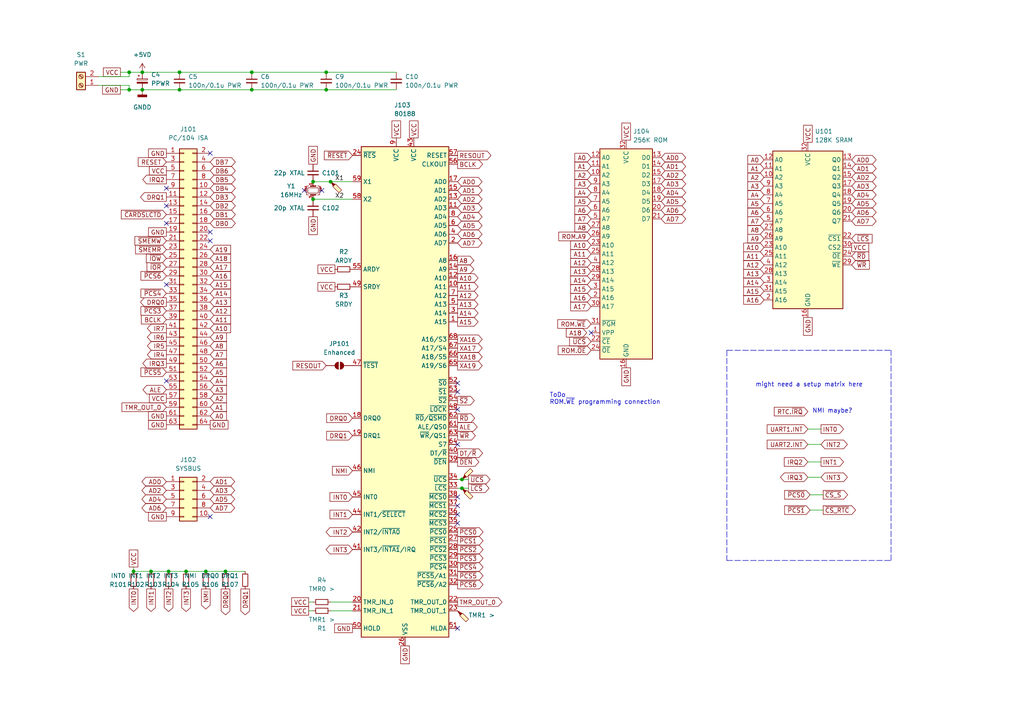
<source format=kicad_sch>
(kicad_sch (version 20211123) (generator eeschema)
  (paper "A4")
  (title_block (title "PC/104 80188 CPU Board") (date "2022-07-30") (rev "0.2") (company "Atsuko Ito"))
  (junction (at 38.735 165.735))
  (junction (at 37.465 26.035))
  (junction (at 73.025 26.035))
  (junction (at 90.805 57.785))
  (junction (at 73.025 20.955))
  (junction (at 90.805 52.705))
  (junction (at 59.69 165.735))
  (junction (at 43.815 165.735))
  (junction (at 94.615 26.035))
  (junction (at 133.985 139.065))
  (junction (at 52.07 26.035))
  (junction (at 95.885 52.705))
  (junction (at 41.275 26.035))
  (junction (at 133.985 141.605))
  (junction (at 52.07 20.955))
  (junction (at 94.615 20.955))
  (junction (at 37.465 20.955))
  (junction (at 65.405 165.735))
  (junction (at 48.895 165.735))
  (junction (at 53.975 165.735))
  (junction (at 41.275 20.955))
  (no_connect (at 60.96 69.85))
  (no_connect (at 132.715 118.745))
  (no_connect (at 132.715 128.905))
  (no_connect (at 48.26 64.77))
  (no_connect (at 48.26 59.69))
  (no_connect (at 48.26 54.61))
  (no_connect (at 48.26 82.55))
  (no_connect (at 60.96 149.86))
  (no_connect (at 171.45 96.52))
  (no_connect (at 48.26 110.49))
  (no_connect (at 60.96 67.31))
  (no_connect (at 60.96 44.45))
  (no_connect (at 132.715 144.145))
  (no_connect (at 132.715 146.685))
  (no_connect (at 132.715 149.225))
  (no_connect (at 132.715 151.765))
  (no_connect (at 132.715 113.665))
  (no_connect (at 88.265 55.245))
  (no_connect (at 93.345 55.245))
  (no_connect (at 132.715 182.245))
  (no_connect (at 132.715 111.125))
  (wire (pts (xy 234.315 133.985) (xy 238.125 133.985)))
  (wire (pts (xy 37.465 22.225) (xy 37.465 20.955)))
  (wire (pts (xy 94.615 20.955) (xy 114.935 20.955)))
  (wire (pts (xy 59.69 165.735) (xy 65.405 165.735)))
  (wire (pts (xy 43.815 165.735) (xy 48.895 165.735)))
  (wire (pts (xy 37.465 26.035) (xy 41.275 26.035)))
  (wire (pts (xy 90.805 57.785) (xy 102.235 57.785)))
  (wire (pts (xy 41.275 20.955) (xy 52.07 20.955)))
  (polyline (pts (xy 210.82 101.6) (xy 258.445 101.6)))
  (wire (pts (xy 234.95 143.51) (xy 238.76 143.51)))
  (wire (pts (xy 73.025 20.955) (xy 94.615 20.955)))
  (wire (pts (xy 53.975 165.735) (xy 59.69 165.735)))
  (wire (pts (xy 132.715 139.065) (xy 133.985 139.065)))
  (wire (pts (xy 234.95 147.955) (xy 238.76 147.955)))
  (wire (pts (xy 95.885 177.165) (xy 102.235 177.165)))
  (wire (pts (xy 37.465 20.955) (xy 41.275 20.955)))
  (wire (pts (xy 52.07 20.955) (xy 73.025 20.955)))
  (wire (pts (xy 28.575 22.225) (xy 37.465 22.225)))
  (wire (pts (xy 95.885 52.705) (xy 102.235 52.705)))
  (wire (pts (xy 89.535 174.625) (xy 90.805 174.625)))
  (wire (pts (xy 89.535 177.165) (xy 90.805 177.165)))
  (wire (pts (xy 52.07 26.035) (xy 73.025 26.035)))
  (wire (pts (xy 132.715 141.605) (xy 133.985 141.605)))
  (wire (pts (xy 95.885 174.625) (xy 102.235 174.625)))
  (wire (pts (xy 94.615 26.035) (xy 114.935 26.035)))
  (wire (pts (xy 234.315 138.43) (xy 238.125 138.43)))
  (polyline (pts (xy 210.82 162.56) (xy 258.445 162.56)))
  (polyline (pts (xy 210.82 101.6) (xy 210.82 162.56)))
  (wire (pts (xy 38.735 165.735) (xy 43.815 165.735)))
  (wire (pts (xy 38.735 164.465) (xy 38.735 165.735)))
  (wire (pts (xy 234.315 124.46) (xy 238.125 124.46)))
  (wire (pts (xy 135.89 141.605) (xy 133.985 141.605)))
  (wire (pts (xy 41.275 26.035) (xy 52.07 26.035)))
  (wire (pts (xy 90.805 52.705) (xy 95.885 52.705)))
  (wire (pts (xy 34.925 20.955) (xy 37.465 20.955)))
  (wire (pts (xy 34.925 26.035) (xy 37.465 26.035)))
  (wire (pts (xy 234.315 128.905) (xy 238.125 128.905)))
  (wire (pts (xy 133.985 139.065) (xy 135.89 139.065)))
  (wire (pts (xy 65.405 165.735) (xy 71.12 165.735)))
  (polyline (pts (xy 258.445 162.56) (xy 258.445 101.6)))
  (wire (pts (xy 48.895 165.735) (xy 53.975 165.735)))
  (wire (pts (xy 37.465 24.765) (xy 37.465 26.035)))
  (wire (pts (xy 28.575 24.765) (xy 37.465 24.765)))
  (wire (pts (xy 73.025 26.035) (xy 94.615 26.035)))
  (text "ToDo\nROM.~{WE} programming connection" (at 159.385 117.475 0) (effects (font (size 1.27 1.27)) (justify left bottom)))
  (text "might need a setup matrix here" (at 219.075 112.395 0) (effects (font (size 1.27 1.27)) (justify left bottom)))
  (text "NMI maybe?" (at 235.585 120.015 0) (effects (font (size 1.27 1.27)) (justify left bottom)))
  (label "X1" (at 97.155 52.705 0))
  (label "X2" (at 97.155 57.785 0))
  (global_label "~{PCS5}" (shape output) (at 132.715 167.005 0) (property "Intersheet References" "${INTERSHEET_REFS}" (effects hide)))
  (global_label "~{UCS}" (shape output) (at 135.89 139.065 0) (property "Intersheet References" "${INTERSHEET_REFS}" (effects hide)))
  (global_label "AD7" (shape bidirectional) (at 60.96 147.32 0) (property "Intersheet References" "${INTERSHEET_REFS}" (effects hide)))
  (global_label "~{UCS}" (shape input) (at 171.45 99.06 180) (property "Intersheet References" "${INTERSHEET_REFS}" (effects hide)))
  (global_label "IRQ3" (shape output) (at 48.26 105.41 180) (property "Intersheet References" "${INTERSHEET_REFS}" (effects hide)))
  (global_label "AD4" (shape bidirectional) (at 191.77 55.88 0) (property "Intersheet References" "${INTERSHEET_REFS}" (effects hide)))
  (global_label "A18" (shape input) (at 170.18 96.52 180) (property "Intersheet References" "${INTERSHEET_REFS}" (effects hide)))
  (global_label "A14" (shape input) (at 60.96 85.09 0) (property "Intersheet References" "${INTERSHEET_REFS}" (effects hide)))
  (global_label "~{DEN}" (shape output) (at 132.715 133.985 0) (property "Intersheet References" "${INTERSHEET_REFS}" (effects hide)))
  (global_label "DB7" (shape bidirectional) (at 60.96 46.99 0) (property "Intersheet References" "${INTERSHEET_REFS}" (effects hide)))
  (global_label "IR4" (shape output) (at 48.26 102.87 180) (property "Intersheet References" "${INTERSHEET_REFS}" (effects hide)))
  (global_label "~{CS_RTC}" (shape output) (at 238.76 147.955 0) (property "Intersheet References" "${INTERSHEET_REFS}" (effects hide)))
  (global_label "A2" (shape input) (at 221.615 51.435 180) (property "Intersheet References" "${INTERSHEET_REFS}" (effects hide)))
  (global_label "~{PCS5}" (shape input) (at 48.26 107.95 180) (property "Intersheet References" "${INTERSHEET_REFS}" (effects hide)))
  (global_label "DRQ0" (shape output) (at 48.26 87.63 180) (property "Intersheet References" "${INTERSHEET_REFS}" (effects hide)))
  (global_label "AD0" (shape bidirectional) (at 132.715 52.705 0) (property "Intersheet References" "${INTERSHEET_REFS}" (effects hide)))
  (global_label "VCC" (shape passive) (at 97.155 78.105 180) (property "Intersheet References" "${INTERSHEET_REFS}" (effects hide)))
  (global_label "AD6" (shape bidirectional) (at 247.015 61.595 0) (property "Intersheet References" "${INTERSHEET_REFS}" (effects hide)))
  (global_label "AD3" (shape bidirectional) (at 60.96 142.24 0) (property "Intersheet References" "${INTERSHEET_REFS}" (effects hide)))
  (global_label "INT2" (shape bidirectional) (at 238.125 128.905 0) (property "Intersheet References" "${INTERSHEET_REFS}" (effects hide)))
  (global_label "VCC" (shape passive) (at 247.015 71.755 0) (property "Intersheet References" "${INTERSHEET_REFS}" (effects hide)))
  (global_label "~{SMEMR}" (shape input) (at 48.26 72.39 180) (property "Intersheet References" "${INTERSHEET_REFS}" (effects hide)))
  (global_label "XA16" (shape output) (at 132.715 98.425 0) (property "Intersheet References" "${INTERSHEET_REFS}" (effects hide)))
  (global_label "ROM.~{WE}" (shape input) (at 171.45 93.98 180) (property "Intersheet References" "${INTERSHEET_REFS}" (effects hide)))
  (global_label "A11" (shape input) (at 60.96 92.71 0) (property "Intersheet References" "${INTERSHEET_REFS}" (effects hide)))
  (global_label "AD3" (shape bidirectional) (at 247.015 53.975 0) (property "Intersheet References" "${INTERSHEET_REFS}" (effects hide)))
  (global_label "ALE" (shape output) (at 132.715 123.825 0) (property "Intersheet References" "${INTERSHEET_REFS}" (effects hide)))
  (global_label "XA18" (shape output) (at 132.715 103.505 0) (property "Intersheet References" "${INTERSHEET_REFS}" (effects hide)))
  (global_label "A12" (shape output) (at 132.715 85.725 0) (property "Intersheet References" "${INTERSHEET_REFS}" (effects hide)))
  (global_label "~{RD}" (shape input) (at 247.015 74.295 0) (property "Intersheet References" "${INTERSHEET_REFS}" (effects hide)))
  (global_label "A0" (shape input) (at 221.615 46.355 180) (property "Intersheet References" "${INTERSHEET_REFS}" (effects hide)))
  (global_label "A19" (shape input) (at 60.96 72.39 0) (property "Intersheet References" "${INTERSHEET_REFS}" (effects hide)))
  (global_label "A1" (shape input) (at 60.96 118.11 0) (property "Intersheet References" "${INTERSHEET_REFS}" (effects hide)))
  (global_label "AD5" (shape bidirectional) (at 247.015 59.055 0) (property "Intersheet References" "${INTERSHEET_REFS}" (effects hide)))
  (global_label "A10" (shape input) (at 221.615 71.755 180) (property "Intersheet References" "${INTERSHEET_REFS}" (effects hide)))
  (global_label "A15" (shape output) (at 132.715 93.345 0) (property "Intersheet References" "${INTERSHEET_REFS}" (effects hide)))
  (global_label "AD4" (shape bidirectional) (at 132.715 62.865 0) (property "Intersheet References" "${INTERSHEET_REFS}" (effects hide)))
  (global_label "~{LCS}" (shape output) (at 135.89 141.605 0) (property "Intersheet References" "${INTERSHEET_REFS}" (effects hide)))
  (global_label "A16" (shape input) (at 221.615 86.995 180) (property "Intersheet References" "${INTERSHEET_REFS}" (effects hide)))
  (global_label "A7" (shape input) (at 221.615 64.135 180) (property "Intersheet References" "${INTERSHEET_REFS}" (effects hide)))
  (global_label "A16" (shape input) (at 60.96 80.01 0) (property "Intersheet References" "${INTERSHEET_REFS}" (effects hide)))
  (global_label "AD1" (shape bidirectional) (at 247.015 48.895 0) (property "Intersheet References" "${INTERSHEET_REFS}" (effects hide)))
  (global_label "VCC" (shape passive) (at 38.735 164.465 90) (property "Intersheet References" "${INTERSHEET_REFS}" (effects hide)))
  (global_label "AD6" (shape bidirectional) (at 191.77 60.96 0) (property "Intersheet References" "${INTERSHEET_REFS}" (effects hide)))
  (global_label "RTC.~{IRQ}" (shape input) (at 234.315 119.38 180) (property "Intersheet References" "${INTERSHEET_REFS}" (effects hide)))
  (global_label "A6" (shape input) (at 60.96 105.41 0) (property "Intersheet References" "${INTERSHEET_REFS}" (effects hide)))
  (global_label "A11" (shape output) (at 132.715 83.185 0) (property "Intersheet References" "${INTERSHEET_REFS}" (effects hide)))
  (global_label "DB2" (shape bidirectional) (at 60.96 59.69 0) (property "Intersheet References" "${INTERSHEET_REFS}" (effects hide)))
  (global_label "~{PCS6}" (shape output) (at 132.715 169.545 0) (property "Intersheet References" "${INTERSHEET_REFS}" (effects hide)))
  (global_label "A8" (shape output) (at 132.715 75.565 0) (property "Intersheet References" "${INTERSHEET_REFS}" (effects hide)))
  (global_label "IR5" (shape output) (at 48.26 100.33 180) (property "Intersheet References" "${INTERSHEET_REFS}" (effects hide)))
  (global_label "INT0" (shape output) (at 238.125 124.46 0) (property "Intersheet References" "${INTERSHEET_REFS}" (effects hide)))
  (global_label "A6" (shape input) (at 221.615 61.595 180) (property "Intersheet References" "${INTERSHEET_REFS}" (effects hide)))
  (global_label "~{PCS1}" (shape output) (at 132.715 156.845 0) (property "Intersheet References" "${INTERSHEET_REFS}" (effects hide)))
  (global_label "AD5" (shape bidirectional) (at 60.96 144.78 0) (property "Intersheet References" "${INTERSHEET_REFS}" (effects hide)))
  (global_label "A14" (shape input) (at 221.615 81.915 180) (property "Intersheet References" "${INTERSHEET_REFS}" (effects hide)))
  (global_label "~{PCS3}" (shape output) (at 132.715 161.925 0) (property "Intersheet References" "${INTERSHEET_REFS}" (effects hide)))
  (global_label "ROM.~{OE}" (shape input) (at 171.45 101.6 180) (property "Intersheet References" "${INTERSHEET_REFS}" (effects hide)))
  (global_label "RESET" (shape input) (at 48.26 46.99 180) (property "Intersheet References" "${INTERSHEET_REFS}" (effects hide)))
  (global_label "GND" (shape passive) (at 90.805 47.625 90) (property "Intersheet References" "${INTERSHEET_REFS}" (effects hide)))
  (global_label "A1" (shape input) (at 221.615 48.895 180) (property "Intersheet References" "${INTERSHEET_REFS}" (effects hide)))
  (global_label "AD6" (shape bidirectional) (at 132.715 67.945 0) (property "Intersheet References" "${INTERSHEET_REFS}" (effects hide)))
  (global_label "INT3" (shape bidirectional) (at 102.235 159.385 180) (property "Intersheet References" "${INTERSHEET_REFS}" (effects hide)))
  (global_label "~{PCS0}" (shape output) (at 132.715 154.305 0) (property "Intersheet References" "${INTERSHEET_REFS}" (effects hide)))
  (global_label "TMR_OUT_0" (shape input) (at 48.26 118.11 180) (property "Intersheet References" "${INTERSHEET_REFS}" (effects hide)))
  (global_label "DRQ0" (shape input) (at 102.235 121.285 180) (property "Intersheet References" "${INTERSHEET_REFS}" (effects hide)))
  (global_label "AD0" (shape bidirectional) (at 48.26 139.7 180) (property "Intersheet References" "${INTERSHEET_REFS}" (effects hide)))
  (global_label "A9" (shape input) (at 60.96 97.79 0) (property "Intersheet References" "${INTERSHEET_REFS}" (effects hide)))
  (global_label "GND" (shape passive) (at 48.26 123.19 180) (property "Intersheet References" "${INTERSHEET_REFS}" (effects hide)))
  (global_label "INT0" (shape output) (at 38.735 170.815 270) (property "Intersheet References" "${INTERSHEET_REFS}" (effects hide)))
  (global_label "DB1" (shape bidirectional) (at 60.96 62.23 0) (property "Intersheet References" "${INTERSHEET_REFS}" (effects hide)))
  (global_label "GND" (shape passive) (at 34.925 26.035 180) (property "Intersheet References" "${INTERSHEET_REFS}" (effects hide)))
  (global_label "INT0" (shape input) (at 102.235 144.145 180) (property "Intersheet References" "${INTERSHEET_REFS}" (effects hide)))
  (global_label "AD1" (shape bidirectional) (at 191.77 48.26 0) (property "Intersheet References" "${INTERSHEET_REFS}" (effects hide)))
  (global_label "A14" (shape output) (at 132.715 90.805 0) (property "Intersheet References" "${INTERSHEET_REFS}" (effects hide)))
  (global_label "~{PCS6}" (shape input) (at 48.26 80.01 180) (property "Intersheet References" "${INTERSHEET_REFS}" (effects hide)))
  (global_label "A4" (shape input) (at 221.615 56.515 180) (property "Intersheet References" "${INTERSHEET_REFS}" (effects hide)))
  (global_label "A15" (shape input) (at 60.96 82.55 0) (property "Intersheet References" "${INTERSHEET_REFS}" (effects hide)))
  (global_label "AD5" (shape bidirectional) (at 191.77 58.42 0) (property "Intersheet References" "${INTERSHEET_REFS}" (effects hide)))
  (global_label "A5" (shape input) (at 221.615 59.055 180) (property "Intersheet References" "${INTERSHEET_REFS}" (effects hide)))
  (global_label "A3" (shape input) (at 221.615 53.975 180) (property "Intersheet References" "${INTERSHEET_REFS}" (effects hide)))
  (global_label "DT{slash}~{R}" (shape output) (at 132.715 131.445 0) (property "Intersheet References" "${INTERSHEET_REFS}" (effects hide)))
  (global_label "~{IOR}" (shape input) (at 48.26 77.47 180) (property "Intersheet References" "${INTERSHEET_REFS}" (effects hide)))
  (global_label "DRQ1" (shape output) (at 71.12 170.815 270) (property "Intersheet References" "${INTERSHEET_REFS}" (effects hide)))
  (global_label "~{PCS2}" (shape output) (at 132.715 159.385 0) (property "Intersheet References" "${INTERSHEET_REFS}" (effects hide)))
  (global_label "A8" (shape input) (at 171.45 66.04 180) (property "Intersheet References" "${INTERSHEET_REFS}" (effects hide)))
  (global_label "NMI" (shape output) (at 59.69 170.815 270) (property "Intersheet References" "${INTERSHEET_REFS}" (effects hide)))
  (global_label "INT1" (shape output) (at 43.815 170.815 270) (property "Intersheet References" "${INTERSHEET_REFS}" (effects hide)))
  (global_label "A10" (shape input) (at 60.96 95.25 0) (property "Intersheet References" "${INTERSHEET_REFS}" (effects hide)))
  (global_label "~{S2}" (shape output) (at 132.715 116.205 0) (property "Intersheet References" "${INTERSHEET_REFS}" (effects hide)))
  (global_label "INT1" (shape output) (at 238.125 133.985 0) (property "Intersheet References" "${INTERSHEET_REFS}" (effects hide)))
  (global_label "GND" (shape passive) (at 48.26 67.31 180) (property "Intersheet References" "${INTERSHEET_REFS}" (effects hide)))
  (global_label "A3" (shape input) (at 60.96 113.03 0) (property "Intersheet References" "${INTERSHEET_REFS}" (effects hide)))
  (global_label "VCC" (shape passive) (at 120.015 40.005 90) (property "Intersheet References" "${INTERSHEET_REFS}" (effects hide)))
  (global_label "A13" (shape input) (at 60.96 87.63 0) (property "Intersheet References" "${INTERSHEET_REFS}" (effects hide)))
  (global_label "AD2" (shape bidirectional) (at 48.26 142.24 180) (property "Intersheet References" "${INTERSHEET_REFS}" (effects hide)))
  (global_label "AD7" (shape bidirectional) (at 132.715 70.485 0) (property "Intersheet References" "${INTERSHEET_REFS}" (effects hide)))
  (global_label "AD2" (shape bidirectional) (at 132.715 57.785 0) (property "Intersheet References" "${INTERSHEET_REFS}" (effects hide)))
  (global_label "~{IOW}" (shape input) (at 48.26 74.93 180) (property "Intersheet References" "${INTERSHEET_REFS}" (effects hide)))
  (global_label "A7" (shape input) (at 171.45 63.5 180) (property "Intersheet References" "${INTERSHEET_REFS}" (effects hide)))
  (global_label "DB0" (shape bidirectional) (at 60.96 64.77 0) (property "Intersheet References" "${INTERSHEET_REFS}" (effects hide)))
  (global_label "A13" (shape output) (at 132.715 88.265 0) (property "Intersheet References" "${INTERSHEET_REFS}" (effects hide)))
  (global_label "~{PCS4}" (shape output) (at 132.715 164.465 0) (property "Intersheet References" "${INTERSHEET_REFS}" (effects hide)))
  (global_label "A17" (shape input) (at 171.45 88.9 180) (property "Intersheet References" "${INTERSHEET_REFS}" (effects hide)))
  (global_label "~{PCS4}" (shape input) (at 48.26 85.09 180) (property "Intersheet References" "${INTERSHEET_REFS}" (effects hide)))
  (global_label "GND" (shape passive) (at 48.26 120.65 180) (property "Intersheet References" "${INTERSHEET_REFS}" (effects hide)))
  (global_label "DRQ1" (shape input) (at 102.235 126.365 180) (property "Intersheet References" "${INTERSHEET_REFS}" (effects hide)))
  (global_label "VCC" (shape passive) (at 97.155 83.185 180) (property "Intersheet References" "${INTERSHEET_REFS}" (effects hide)))
  (global_label "~{PCS0}" (shape input) (at 234.95 143.51 180) (property "Intersheet References" "${INTERSHEET_REFS}" (effects hide)))
  (global_label "DB5" (shape bidirectional) (at 60.96 52.07 0) (property "Intersheet References" "${INTERSHEET_REFS}" (effects hide)))
  (global_label "~{RESET}" (shape input) (at 102.235 45.085 180) (property "Intersheet References" "${INTERSHEET_REFS}" (effects hide)))
  (global_label "A9" (shape input) (at 221.615 69.215 180) (property "Intersheet References" "${INTERSHEET_REFS}" (effects hide)))
  (global_label "A1" (shape input) (at 171.45 48.26 180) (property "Intersheet References" "${INTERSHEET_REFS}" (effects hide)))
  (global_label "A5" (shape input) (at 171.45 58.42 180) (property "Intersheet References" "${INTERSHEET_REFS}" (effects hide)))
  (global_label "A12" (shape input) (at 60.96 90.17 0) (property "Intersheet References" "${INTERSHEET_REFS}" (effects hide)))
  (global_label "ALE" (shape bidirectional) (at 48.26 113.03 180) (property "Intersheet References" "${INTERSHEET_REFS}" (effects hide)))
  (global_label "UART1.INT" (shape input) (at 234.315 124.46 180) (property "Intersheet References" "${INTERSHEET_REFS}" (effects hide)))
  (global_label "AD7" (shape bidirectional) (at 191.77 63.5 0) (property "Intersheet References" "${INTERSHEET_REFS}" (effects hide)))
  (global_label "VCC" (shape passive) (at 89.535 177.165 180) (property "Intersheet References" "${INTERSHEET_REFS}" (effects hide)))
  (global_label "A15" (shape input) (at 171.45 83.82 180) (property "Intersheet References" "${INTERSHEET_REFS}" (effects hide)))
  (global_label "UART2.INT" (shape input) (at 234.315 128.905 180) (property "Intersheet References" "${INTERSHEET_REFS}" (effects hide)))
  (global_label "ROM.A9" (shape input) (at 171.45 68.58 180) (property "Intersheet References" "${INTERSHEET_REFS}" (effects hide)))
  (global_label "AD1" (shape bidirectional) (at 132.715 55.245 0) (property "Intersheet References" "${INTERSHEET_REFS}" (effects hide)))
  (global_label "INT3" (shape output) (at 53.975 170.815 270) (property "Intersheet References" "${INTERSHEET_REFS}" (effects hide)))
  (global_label "GND" (shape passive) (at 102.235 182.245 180) (property "Intersheet References" "${INTERSHEET_REFS}" (effects hide)))
  (global_label "VCC" (shape passive) (at 48.26 49.53 180) (property "Intersheet References" "${INTERSHEET_REFS}" (effects hide)))
  (global_label "A0" (shape input) (at 60.96 120.65 0) (property "Intersheet References" "${INTERSHEET_REFS}" (effects hide)))
  (global_label "~{PCS1}" (shape input) (at 234.95 147.955 180) (property "Intersheet References" "${INTERSHEET_REFS}" (effects hide)))
  (global_label "A12" (shape input) (at 221.615 76.835 180) (property "Intersheet References" "${INTERSHEET_REFS}" (effects hide)))
  (global_label "A18" (shape input) (at 60.96 74.93 0) (property "Intersheet References" "${INTERSHEET_REFS}" (effects hide)))
  (global_label "NMI" (shape input) (at 102.235 136.525 180) (property "Intersheet References" "${INTERSHEET_REFS}" (effects hide)))
  (global_label "~{SMEMW}" (shape input) (at 48.26 69.85 180) (property "Intersheet References" "${INTERSHEET_REFS}" (effects hide)))
  (global_label "~{LCS}" (shape input) (at 247.015 69.215 0) (property "Intersheet References" "${INTERSHEET_REFS}" (effects hide)))
  (global_label "~{CARDSLCTD}" (shape input) (at 48.26 62.23 180) (property "Intersheet References" "${INTERSHEET_REFS}" (effects hide)))
  (global_label "IR6" (shape output) (at 48.26 97.79 180) (property "Intersheet References" "${INTERSHEET_REFS}" (effects hide)))
  (global_label "DB6" (shape bidirectional) (at 60.96 49.53 0) (property "Intersheet References" "${INTERSHEET_REFS}" (effects hide)))
  (global_label "A5" (shape input) (at 60.96 107.95 0) (property "Intersheet References" "${INTERSHEET_REFS}" (effects hide)))
  (global_label "A7" (shape input) (at 60.96 102.87 0) (property "Intersheet References" "${INTERSHEET_REFS}" (effects hide)))
  (global_label "GND" (shape passive) (at 48.26 44.45 180) (property "Intersheet References" "${INTERSHEET_REFS}" (effects hide)))
  (global_label "VCC" (shape passive) (at 114.935 40.005 90) (property "Intersheet References" "${INTERSHEET_REFS}" (effects hide)))
  (global_label "IRQ2" (shape output) (at 48.26 52.07 180) (property "Intersheet References" "${INTERSHEET_REFS}" (effects hide)))
  (global_label "INT2" (shape output) (at 48.895 170.815 270) (property "Intersheet References" "${INTERSHEET_REFS}" (effects hide)))
  (global_label "DB3" (shape bidirectional) (at 60.96 57.15 0) (property "Intersheet References" "${INTERSHEET_REFS}" (effects hide)))
  (global_label "RESOUT" (shape output) (at 132.715 45.085 0) (property "Intersheet References" "${INTERSHEET_REFS}" (effects hide)))
  (global_label "DRQ0" (shape output) (at 65.405 170.815 270) (property "Intersheet References" "${INTERSHEET_REFS}" (effects hide)))
  (global_label "A12" (shape input) (at 171.45 76.2 180) (property "Intersheet References" "${INTERSHEET_REFS}" (effects hide)))
  (global_label "A11" (shape input) (at 171.45 73.66 180) (property "Intersheet References" "${INTERSHEET_REFS}" (effects hide)))
  (global_label "A17" (shape input) (at 60.96 77.47 0) (property "Intersheet References" "${INTERSHEET_REFS}" (effects hide)))
  (global_label "GND" (shape passive) (at 90.805 62.865 270) (property "Intersheet References" "${INTERSHEET_REFS}" (effects hide)))
  (global_label "A4" (shape input) (at 60.96 110.49 0) (property "Intersheet References" "${INTERSHEET_REFS}" (effects hide)))
  (global_label "VCC" (shape passive) (at 234.315 41.275 90) (property "Intersheet References" "${INTERSHEET_REFS}" (effects hide)))
  (global_label "A8" (shape input) (at 60.96 100.33 0) (property "Intersheet References" "${INTERSHEET_REFS}" (effects hide)))
  (global_label "A14" (shape input) (at 171.45 81.28 180) (property "Intersheet References" "${INTERSHEET_REFS}" (effects hide)))
  (global_label "~{RD}" (shape output) (at 132.715 121.285 0) (property "Intersheet References" "${INTERSHEET_REFS}" (effects hide)))
  (global_label "AD3" (shape bidirectional) (at 132.715 60.325 0) (property "Intersheet References" "${INTERSHEET_REFS}" (effects hide)))
  (global_label "VCC" (shape passive) (at 48.26 115.57 180) (property "Intersheet References" "${INTERSHEET_REFS}" (effects hide)))
  (global_label "A2" (shape input) (at 171.45 50.8 180) (property "Intersheet References" "${INTERSHEET_REFS}" (effects hide)))
  (global_label "AD0" (shape bidirectional) (at 247.015 46.355 0) (property "Intersheet References" "${INTERSHEET_REFS}" (effects hide)))
  (global_label "A2" (shape input) (at 60.96 115.57 0) (property "Intersheet References" "${INTERSHEET_REFS}" (effects hide)))
  (global_label "GND" (shape passive) (at 234.315 92.075 270) (property "Intersheet References" "${INTERSHEET_REFS}" (effects hide)))
  (global_label "AD7" (shape bidirectional) (at 247.015 64.135 0) (property "Intersheet References" "${INTERSHEET_REFS}" (effects hide)))
  (global_label "AD4" (shape bidirectional) (at 48.26 144.78 180) (property "Intersheet References" "${INTERSHEET_REFS}" (effects hide)))
  (global_label "A4" (shape input) (at 171.45 55.88 180) (property "Intersheet References" "${INTERSHEET_REFS}" (effects hide)))
  (global_label "BCLK" (shape input) (at 48.26 92.71 180) (property "Intersheet References" "${INTERSHEET_REFS}" (effects hide)))
  (global_label "DRQ1" (shape output) (at 48.26 57.15 180) (property "Intersheet References" "${INTERSHEET_REFS}" (effects hide)))
  (global_label "A16" (shape input) (at 171.45 86.36 180) (property "Intersheet References" "${INTERSHEET_REFS}" (effects hide)))
  (global_label "IR7" (shape output) (at 48.26 95.25 180) (property "Intersheet References" "${INTERSHEET_REFS}" (effects hide)))
  (global_label "A6" (shape input) (at 171.45 60.96 180) (property "Intersheet References" "${INTERSHEET_REFS}" (effects hide)))
  (global_label "A15" (shape input) (at 221.615 84.455 180) (property "Intersheet References" "${INTERSHEET_REFS}" (effects hide)))
  (global_label "INT2" (shape bidirectional) (at 102.235 154.305 180) (property "Intersheet References" "${INTERSHEET_REFS}" (effects hide)))
  (global_label "GND" (shape passive) (at 181.61 106.68 270) (property "Intersheet References" "${INTERSHEET_REFS}" (effects hide)))
  (global_label "INT3" (shape bidirectional) (at 238.125 138.43 0) (property "Intersheet References" "${INTERSHEET_REFS}" (effects hide)))
  (global_label "AD4" (shape bidirectional) (at 247.015 56.515 0) (property "Intersheet References" "${INTERSHEET_REFS}" (effects hide)))
  (global_label "A8" (shape input) (at 221.615 66.675 180) (property "Intersheet References" "${INTERSHEET_REFS}" (effects hide)))
  (global_label "XA17" (shape output) (at 132.715 100.965 0) (property "Intersheet References" "${INTERSHEET_REFS}" (effects hide)))
  (global_label "A10" (shape output) (at 132.715 80.645 0) (property "Intersheet References" "${INTERSHEET_REFS}" (effects hide)))
  (global_label "AD5" (shape bidirectional) (at 132.715 65.405 0) (property "Intersheet References" "${INTERSHEET_REFS}" (effects hide)))
  (global_label "AD3" (shape bidirectional) (at 191.77 53.34 0) (property "Intersheet References" "${INTERSHEET_REFS}" (effects hide)))
  (global_label "A11" (shape input) (at 221.615 74.295 180) (property "Intersheet References" "${INTERSHEET_REFS}" (effects hide)))
  (global_label "~{WR}" (shape output) (at 132.715 126.365 0) (property "Intersheet References" "${INTERSHEET_REFS}" (effects hide)))
  (global_label "A10" (shape input) (at 171.45 71.12 180) (property "Intersheet References" "${INTERSHEET_REFS}" (effects hide)))
  (global_label "GND" (shape passive) (at 60.96 123.19 0) (property "Intersheet References" "${INTERSHEET_REFS}" (effects hide)))
  (global_label "~{PCS3}" (shape input) (at 48.26 90.17 180) (property "Intersheet References" "${INTERSHEET_REFS}" (effects hide)))
  (global_label "A0" (shape input) (at 171.45 45.72 180) (property "Intersheet References" "${INTERSHEET_REFS}" (effects hide)))
  (global_label "GND" (shape passive) (at 48.26 149.86 180) (property "Intersheet References" "${INTERSHEET_REFS}" (effects hide)))
  (global_label "AD1" (shape bidirectional) (at 60.96 139.7 0) (property "Intersheet References" "${INTERSHEET_REFS}" (effects hide)))
  (global_label "IRQ3" (shape bidirectional) (at 234.315 138.43 180) (property "Intersheet References" "${INTERSHEET_REFS}" (effects hide)))
  (global_label "BCLK" (shape output) (at 132.715 47.625 0) (property "Intersheet References" "${INTERSHEET_REFS}" (effects hide)))
  (global_label "VCC" (shape passive) (at 89.535 174.625 180) (property "Intersheet References" "${INTERSHEET_REFS}" (effects hide)))
  (global_label "IRQ2" (shape input) (at 234.315 133.985 180) (property "Intersheet References" "${INTERSHEET_REFS}" (effects hide)))
  (global_label "VCC" (shape passive) (at 34.925 20.955 180) (property "Intersheet References" "${INTERSHEET_REFS}" (effects hide)))
  (global_label "VCC" (shape passive) (at 181.61 40.64 90) (property "Intersheet References" "${INTERSHEET_REFS}" (effects hide)))
  (global_label "XA19" (shape output) (at 132.715 106.045 0) (property "Intersheet References" "${INTERSHEET_REFS}" (effects hide)))
  (global_label "TMR_OUT_0" (shape output) (at 132.715 174.625 0) (property "Intersheet References" "${INTERSHEET_REFS}" (effects hide)))
  (global_label "AD0" (shape bidirectional) (at 191.77 45.72 0) (property "Intersheet References" "${INTERSHEET_REFS}" (effects hide)))
  (global_label "~{CS_S}" (shape output) (at 238.76 143.51 0) (property "Intersheet References" "${INTERSHEET_REFS}" (effects hide)))
  (global_label "A9" (shape output) (at 132.715 78.105 0) (property "Intersheet References" "${INTERSHEET_REFS}" (effects hide)))
  (global_label "RESOUT" (shape input) (at 94.615 106.045 180) (property "Intersheet References" "${INTERSHEET_REFS}" (effects hide)))
  (global_label "INT1" (shape input) (at 102.235 149.225 180) (property "Intersheet References" "${INTERSHEET_REFS}" (effects hide)))
  (global_label "DB4" (shape bidirectional) (at 60.96 54.61 0) (property "Intersheet References" "${INTERSHEET_REFS}" (effects hide)))
  (global_label "A13" (shape input) (at 171.45 78.74 180) (property "Intersheet References" "${INTERSHEET_REFS}" (effects hide)))
  (global_label "AD2" (shape bidirectional) (at 191.77 50.8 0) (property "Intersheet References" "${INTERSHEET_REFS}" (effects hide)))
  (global_label "AD6" (shape bidirectional) (at 48.26 147.32 180) (property "Intersheet References" "${INTERSHEET_REFS}" (effects hide)))
  (global_label "~{WR}" (shape input) (at 247.015 76.835 0) (property "Intersheet References" "${INTERSHEET_REFS}" (effects hide)))
  (global_label "AD2" (shape bidirectional) (at 247.015 51.435 0) (property "Intersheet References" "${INTERSHEET_REFS}" (effects hide)))
  (global_label "A3" (shape input) (at 171.45 53.34 180) (property "Intersheet References" "${INTERSHEET_REFS}" (effects hide)))
  (global_label "GND" (shape passive) (at 117.475 187.325 270) (property "Intersheet References" "${INTERSHEET_REFS}" (effects hide)))
  (global_label "A13" (shape input) (at 221.615 79.375 180) (property "Intersheet References" "${INTERSHEET_REFS}" (effects hide)))
  (symbol (lib_id "Connector:TestPoint_Probe") (at 132.715 177.165 270) (unit 1) (in_bom no)
    (property "Reference" "TP102" (effects hide))
    (property "Value" "TMR1 >" (at 135.89 178.435 90) (effects (justify left)))
    (property "Footprint" "TestPoint:TestPoint_Pad_1.0x1.0mm" (effects hide))
  )
  (symbol (lib_id "Device:R_Small") (at 71.12 168.275 180) (unit 1)
    (property "Reference" "R107" (at 66.675 169.545 0))
    (property "Value" "DRQ1" (at 66.675 167.005 0))
    (property "Footprint" "Resistor_SMD:R_1206_3216Metric_Pad1.30x1.75mm_HandSolder" (effects hide))
    (property "Description" "1206 SMD 20 Kohms" (effects hide))
    (property "Mouser Part Number" "71-RCC120620K0FKEA" (effects hide))
  )
  (symbol (lib_id "Connector:TestPoint_Probe") (at 133.985 139.065 0) (unit 1) (in_bom no)
    (property "Reference" "TP103" (effects hide))
    (property "Value" "~{UCS}" (effects hide))
    (property "Footprint" "TestPoint:TestPoint_Pad_1.0x1.0mm" (effects hide))
  )
  (symbol (lib_id "Device:R_Small") (at 43.815 168.275 180) (unit 1)
    (property "Reference" "R102" (at 39.37 169.545 0))
    (property "Value" "INT1" (at 39.37 167.005 0))
    (property "Footprint" "Resistor_SMD:R_1206_3216Metric_Pad1.30x1.75mm_HandSolder" (effects hide))
    (property "Description" "1206 SMD 20 Kohms" (effects hide))
    (property "Mouser Part Number" "71-RCC120620K0FKEA" (effects hide))
  )
  (symbol (lib_id "Device:R_Small") (at 65.405 168.275 180) (unit 1)
    (property "Reference" "R106" (at 60.96 169.545 0))
    (property "Value" "DRQ0" (at 60.96 167.005 0))
    (property "Footprint" "Resistor_SMD:R_1206_3216Metric_Pad1.30x1.75mm_HandSolder" (effects hide))
    (property "Description" "1206 SMD 20 Kohms" (effects hide))
    (property "Mouser Part Number" "71-RCC120620K0FKEA" (effects hide))
  )
  (symbol (lib_id "Device:C_Small") (at 94.615 23.495 0) (unit 1)
    (property "Reference" "C9" (at 97.155 22.2312 0) (effects (justify left)))
    (property "Value" "100n/0.1u PWR" (at 97.155 24.7712 0) (effects (justify left)))
    (property "Footprint" "Capacitor_SMD:C_1206_3216Metric_Pad1.33x1.80mm_HandSolder" (effects hide))
    (property "Mouser Part Number" "80-C1206X104G4HACTU" (effects hide))
  )
  (symbol (lib_id "Device:C_Small") (at 114.935 23.495 0) (unit 1)
    (property "Reference" "C10" (at 117.475 22.2312 0) (effects (justify left)))
    (property "Value" "100n/0.1u PWR" (at 117.475 24.7712 0) (effects (justify left)))
    (property "Footprint" "Capacitor_SMD:C_1206_3216Metric_Pad1.33x1.80mm_HandSolder" (effects hide))
    (property "Mouser Part Number" "80-C1206X104G4HACTU" (effects hide))
  )
  (symbol (lib_id "Connector:Screw_Terminal_01x02") (at 23.495 24.765 180) (unit 1)
    (property "Reference" "S1" (at 23.495 15.875 0))
    (property "Value" "PWR" (at 23.495 18.415 0))
    (property "Footprint" "TerminalBlock:TerminalBlock_bornier-2_P5.08mm" (effects hide))
  )
  (symbol (lib_id "Device:R_Small") (at 93.345 177.165 90) (unit 1)
    (property "Reference" "R1" (at 93.345 182.245 90))
    (property "Value" "TMR1 >" (at 93.345 179.705 90))
    (property "Footprint" "Resistor_SMD:R_1206_3216Metric_Pad1.30x1.75mm_HandSolder" (effects hide))
    (property "Description" "1206 SMD 20 Kohms" (effects hide))
    (property "Mouser Part Number" "71-RCC120620K0FKEA" (effects hide))
  )
  (symbol (lib_id "Connector_Generic:Conn_02x32_Odd_Even") (at 53.34 82.55 0) (unit 1)
    (property "Reference" "J101" (at 54.61 37.465 0))
    (property "Value" "PC/104 ISA" (at 54.61 40.005 0))
    (property "Footprint" "Connector_PinSocket_2.54mm:PinSocket_2x32_P2.54mm_Vertical" (effects hide))
  )
  (symbol (lib_id "Connector_Generic:Conn_02x05_Odd_Even") (at 53.34 144.78 0) (unit 1)
    (property "Reference" "J102" (at 54.61 133.35 0))
    (property "Value" "SYSBUS" (at 54.61 135.89 0))
    (property "Footprint" "Connector_PinHeader_1.27mm:PinHeader_2x05_P1.27mm_Vertical" (effects hide))
  )
  (symbol (lib_id "Device:C_Small") (at 73.025 23.495 0) (unit 1)
    (property "Reference" "C6" (at 75.565 22.2312 0) (effects (justify left)))
    (property "Value" "100n/0.1u PWR" (at 75.565 24.7712 0) (effects (justify left)))
    (property "Footprint" "Capacitor_SMD:C_1206_3216Metric_Pad1.33x1.80mm_HandSolder" (effects hide))
    (property "Mouser Part Number" "80-C1206X104G4HACTU" (effects hide))
  )
  (symbol (lib_id "Memory_EPROM:27C020") (at 181.61 73.66 0) (unit 1)
    (property "Reference" "J104" (at 183.6294 38.1 0) (effects (justify left)))
    (property "Value" "256K ROM" (at 183.6294 40.64 0) (effects (justify left)))
    (property "Footprint" "69802-132LF:69802132LF" (effects hide))
    (property "Datasheet" "https://www.mouser.co.uk/datasheet/2/268/20005023B-709002.pdf" (effects hide))
    (property "Manufacturer_Part_Number" "SST39SF020A-70-4C-NHE" (effects hide))
    (property "Mouser Part Number" "804-39SF020A7CNHE " (effects hide))
  )
  (symbol (lib_id "Memory_RAM:628128_DIP32_SSOP32") (at 234.315 66.675 0) (unit 1)
    (property "Reference" "U101" (at 236.3344 38.1 0) (effects (justify left)))
    (property "Value" "128K SRAM" (at 236.3344 40.64 0) (effects (justify left)))
    (property "Footprint" "Package_SO:SSOP-32_11.305x20.495mm_P1.27mm" (effects hide))
    (property "Datasheet" "https://www.issi.com/WW/pdf/62-65C1024AL.pdf" (effects hide))
    (property "Description" "62C1024 128KB SRAM" (effects hide))
    (property "Manufacturer_Name" "ISSI" (effects hide))
    (property "Manufacturer_Part_Number" "IS62C1024AL-35QLI" (effects hide))
  )
  (symbol (lib_id "Device:R_Small") (at 93.345 174.625 90) (unit 1)
    (property "Reference" "R4" (at 93.345 168.275 90))
    (property "Value" "TMR0 >" (at 93.345 170.815 90))
    (property "Footprint" "Resistor_SMD:R_1206_3216Metric_Pad1.30x1.75mm_HandSolder" (effects hide))
    (property "Description" "1206 SMD 20 Kohms" (effects hide))
    (property "Mouser Part Number" "71-RCC120620K0FKEA" (effects hide))
  )
  (symbol (lib_id "power:GNDD") (at 41.275 26.035 0) (unit 1)
    (property "Reference" "#PWR0103" (effects hide))
    (property "Value" "GNDD" (at 41.275 31.115 0))
  )
  (symbol (lib_id "Device:C_Polarized_Small") (at 41.275 23.495 0) (unit 1)
    (property "Reference" "C4" (at 43.815 21.6788 0) (effects (justify left)))
    (property "Value" "PPWR" (at 43.815 24.2188 0) (effects (justify left)))
    (property "Footprint" "Capacitor_Tantalum_SMD:CP_EIA-7343-31_Kemet-D" (effects hide))
    (property "Mouser Part Number" "667-EEF-CS1D100R" (effects hide))
  )
  (symbol (lib_id "Device:Crystal_GND24_Small") (at 90.805 55.245 270) (unit 1)
    (property "Reference" "Y1" (at 84.455 53.975 90))
    (property "Value" "16MHz" (at 84.455 56.515 90))
    (property "Footprint" "Crystal:Crystal_SMD_0603-4Pin_6.0x3.5mm_HandSoldering" (effects hide))
    (property "Description" "RS PRO 16MHz Crystal ±30ppm SMT 4-Pin 6 x 3.5 x 1mm " (effects hide))
  )
  (symbol (lib_id "Device:R_Small") (at 99.695 83.185 90) (unit 1)
    (property "Reference" "R3" (at 99.695 85.725 90))
    (property "Value" "SRDY" (at 99.695 88.265 90))
    (property "Footprint" "Resistor_SMD:R_1206_3216Metric_Pad1.30x1.75mm_HandSolder" (effects hide))
    (property "Description" "1206 SMD 20 Kohms" (effects hide))
    (property "Mouser Part Number" "71-RCC120620K0FKEA" (effects hide))
  )
  (symbol (lib_id "Device:R_Small") (at 99.695 78.105 90) (unit 1)
    (property "Reference" "R2" (at 99.695 73.025 90))
    (property "Value" "ARDY" (at 99.695 75.565 90))
    (property "Footprint" "Resistor_SMD:R_1206_3216Metric_Pad1.30x1.75mm_HandSolder" (effects hide))
    (property "Description" "1206 SMD 20 Kohms" (effects hide))
    (property "Mouser Part Number" "71-RCC120620K0FKEA" (effects hide))
  )
  (symbol (lib_id "Connector:TestPoint_Probe") (at 133.985 141.605 270) (unit 1) (in_bom no)
    (property "Reference" "TP104" (effects hide))
    (property "Value" "~{LCS}" (effects hide))
    (property "Footprint" "TestPoint:TestPoint_Pad_1.0x1.0mm" (effects hide))
  )
  (symbol (lib_id "power:+5VD") (at 41.275 20.955 0) (unit 1)
    (property "Reference" "#PWR0102" (effects hide))
    (property "Value" "+5VD" (at 41.275 15.875 0))
  )
  (symbol (lib_id "Device:R_Small") (at 59.69 168.275 180) (unit 1)
    (property "Reference" "R105" (at 55.245 169.545 0))
    (property "Value" "NMI" (at 55.245 167.005 0))
    (property "Footprint" "Resistor_SMD:R_1206_3216Metric_Pad1.30x1.75mm_HandSolder" (effects hide))
    (property "Description" "1206 SMD 20 Kohms" (effects hide))
    (property "Mouser Part Number" "71-RCC120620K0FKEA" (effects hide))
  )
  (symbol (lib_id "Device:C_Small") (at 90.805 50.165 0) (unit 1)
    (property "Reference" "C101" (at 93.345 50.165 0) (effects (justify left)))
    (property "Value" "22p XTAL" (at 79.375 50.165 0) (effects (justify left)))
    (property "Footprint" "Capacitor_SMD:C_0805_2012Metric_Pad1.18x1.45mm_HandSolder" (effects hide))
    (property "Manufacturer_Part_Number" "C0805C220J1GACTU" (effects hide))
  )
  (symbol (lib_id "Device:R_Small") (at 38.735 168.275 180) (unit 1)
    (property "Reference" "R101" (at 34.29 169.545 0))
    (property "Value" "INT0" (at 34.29 167.005 0))
    (property "Footprint" "Resistor_SMD:R_1206_3216Metric_Pad1.30x1.75mm_HandSolder" (effects hide))
    (property "Description" "1206 SMD 20 Kohms" (effects hide))
    (property "Mouser Part Number" "71-RCC120620K0FKEA" (effects hide))
  )
  (symbol (lib_id "Device:R_Small") (at 53.975 168.275 180) (unit 1)
    (property "Reference" "R104" (at 49.53 169.545 0))
    (property "Value" "INT3" (at 49.53 167.005 0))
    (property "Footprint" "Resistor_SMD:R_1206_3216Metric_Pad1.30x1.75mm_HandSolder" (effects hide))
    (property "Description" "1206 SMD 20 Kohms" (effects hide))
    (property "Mouser Part Number" "71-RCC120620K0FKEA" (effects hide))
  )
  (symbol (lib_id "Device:C_Small") (at 52.07 23.495 0) (unit 1)
    (property "Reference" "C5" (at 54.61 22.2312 0) (effects (justify left)))
    (property "Value" "100n/0.1u PWR" (at 54.61 24.7712 0) (effects (justify left)))
    (property "Footprint" "Capacitor_SMD:C_1206_3216Metric_Pad1.33x1.80mm_HandSolder" (effects hide))
    (property "Mouser Part Number" "80-C1206X104G4HACTU" (effects hide))
  )
  (symbol (lib_id "Device:R_Small") (at 48.895 168.275 180) (unit 1)
    (property "Reference" "R103" (at 44.45 169.545 0))
    (property "Value" "INT2" (at 44.45 167.005 0))
    (property "Footprint" "Resistor_SMD:R_1206_3216Metric_Pad1.30x1.75mm_HandSolder" (effects hide))
    (property "Description" "1206 SMD 20 Kohms" (effects hide))
    (property "Mouser Part Number" "71-RCC120620K0FKEA" (effects hide))
  )
  (symbol (lib_id "Device:C_Small") (at 90.805 60.325 0) (unit 1)
    (property "Reference" "C102" (at 93.345 60.325 0) (effects (justify left)))
    (property "Value" "20p XTAL" (at 79.375 60.325 0) (effects (justify left)))
    (property "Footprint" "Capacitor_SMD:C_0805_2012Metric_Pad1.18x1.45mm_HandSolder" (effects hide))
    (property "Manufacturer_Part_Number" "C0805C220J1GACTU" (effects hide))
  )
  (symbol (lib_id "MCU_Intel:80188") (at 117.475 113.665 0) (unit 1)
    (property "Reference" "J103" (at 114.3 30.48 0) (effects (justify left)))
    (property "Value" "80188" (at 114.3 33.02 0) (effects (justify left)))
    (property "Footprint" "80C188:PLCC-68_SMD-Socket" (effects hide))
    (property "Datasheet" "http://datasheets.chipdb.org/Intel/x86/8018x/datashts/27243002.PDF" (effects hide))
    (property "Manufacturer_Part_Number" "8468-11B1-RK-TP" (effects hide))
    (property "Mouser Part Number" "517-8468-11B1-RK-TP " (effects hide))
  )
  (symbol (lib_id "Connector:TestPoint_Probe") (at 95.885 52.705 270) (unit 1) (in_bom no)
    (property "Reference" "TP101" (effects hide))
    (property "Value" "XTAL" (effects hide))
    (property "Footprint" "TestPoint:TestPoint_Pad_1.0x1.0mm" (effects hide))
  )
  (symbol (lib_id "Jumper:SolderJumper_2_Open") (at 98.425 106.045 0) (unit 1) (in_bom no)
    (property "Reference" "JP101" (at 98.425 99.695 0))
    (property "Value" "Enhanced" (at 98.425 102.235 0))
    (property "Footprint" "Jumper:SolderJumper-2_P1.3mm_Open_RoundedPad1.0x1.5mm" (effects hide))
  )
  (sheet (at 304.165 34.925) (size 25.4 3.81) (stroke (width 0.1524))
    (property "Sheet name" "Peripherals" (at 304.165 34.2134 0) (effects (justify left bottom)))
    (property "Sheet file" "peripherals.kicad_sch" (at 304.165 39.3196 0) (effects (justify left top)))
  )
  (sheet (at 304.165 23.495) (size 25.4 3.81) (stroke (width 0.1524))
    (property "Sheet name" "GLUE" (at 304.165 22.7834 0) (effects (justify left bottom)))
    (property "Sheet file" "glue.kicad_sch" (at 304.165 27.8896 0) (effects (justify left top)))
  )
)
</source>
